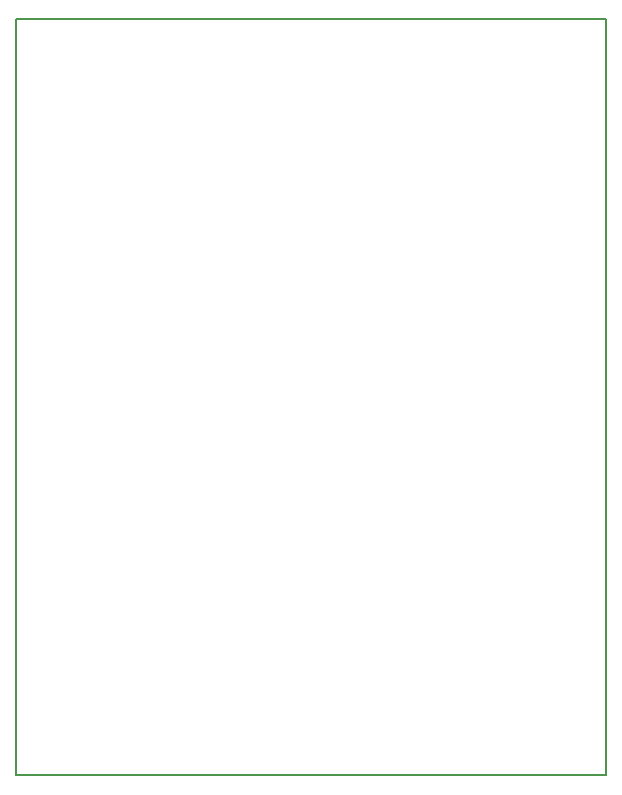
<source format=gbr>
G04 #@! TF.GenerationSoftware,KiCad,Pcbnew,5.0.0+dfsg1-2*
G04 #@! TF.CreationDate,2018-10-30T23:18:40+03:00*
G04 #@! TF.ProjectId,SD_Track,53445F547261636B2E6B696361645F70,2*
G04 #@! TF.SameCoordinates,PX68e7780PY3938700*
G04 #@! TF.FileFunction,Profile,NP*
%FSLAX46Y46*%
G04 Gerber Fmt 4.6, Leading zero omitted, Abs format (unit mm)*
G04 Created by KiCad (PCBNEW 5.0.0+dfsg1-2) date Tue Oct 30 23:18:40 2018*
%MOMM*%
%LPD*%
G01*
G04 APERTURE LIST*
%ADD10C,0.150000*%
G04 APERTURE END LIST*
D10*
X0Y-64000000D02*
X50000000Y-64000000D01*
X50000000Y0D02*
X50000000Y-64000000D01*
X0Y0D02*
X50000000Y0D01*
X0Y0D02*
X0Y-64000000D01*
M02*

</source>
